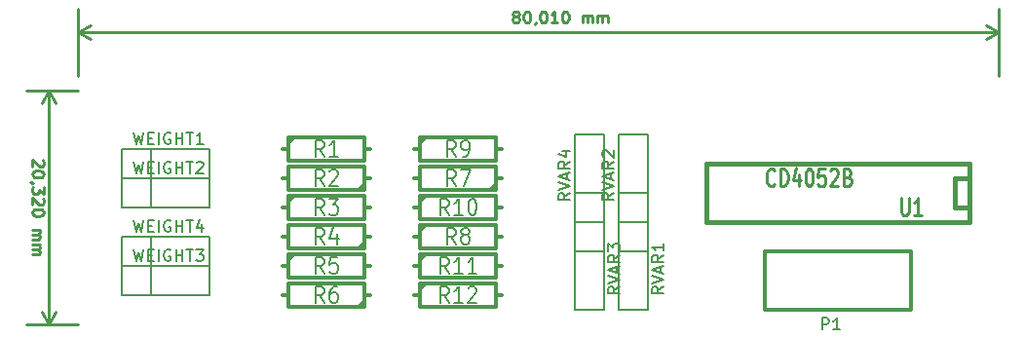
<source format=gto>
G04 #@! TF.FileFunction,Legend,Top*
%FSLAX46Y46*%
G04 Gerber Fmt 4.6, Leading zero omitted, Abs format (unit mm)*
G04 Created by KiCad (PCBNEW 4.0.0-2.201511301920+6191~38~ubuntu14.04.1-stable) date lun. 07 déc. 2015 00:41:56 CET*
%MOMM*%
G01*
G04 APERTURE LIST*
%ADD10C,0.150000*%
%ADD11C,0.250000*%
%ADD12C,0.152400*%
%ADD13C,0.304800*%
%ADD14C,0.381000*%
%ADD15C,0.203200*%
%ADD16C,0.285750*%
G04 APERTURE END LIST*
D10*
D11*
X182737619Y-101480952D02*
X182642381Y-101433333D01*
X182594762Y-101385714D01*
X182547143Y-101290476D01*
X182547143Y-101242857D01*
X182594762Y-101147619D01*
X182642381Y-101100000D01*
X182737619Y-101052381D01*
X182928096Y-101052381D01*
X183023334Y-101100000D01*
X183070953Y-101147619D01*
X183118572Y-101242857D01*
X183118572Y-101290476D01*
X183070953Y-101385714D01*
X183023334Y-101433333D01*
X182928096Y-101480952D01*
X182737619Y-101480952D01*
X182642381Y-101528571D01*
X182594762Y-101576190D01*
X182547143Y-101671429D01*
X182547143Y-101861905D01*
X182594762Y-101957143D01*
X182642381Y-102004762D01*
X182737619Y-102052381D01*
X182928096Y-102052381D01*
X183023334Y-102004762D01*
X183070953Y-101957143D01*
X183118572Y-101861905D01*
X183118572Y-101671429D01*
X183070953Y-101576190D01*
X183023334Y-101528571D01*
X182928096Y-101480952D01*
X183737619Y-101052381D02*
X183832858Y-101052381D01*
X183928096Y-101100000D01*
X183975715Y-101147619D01*
X184023334Y-101242857D01*
X184070953Y-101433333D01*
X184070953Y-101671429D01*
X184023334Y-101861905D01*
X183975715Y-101957143D01*
X183928096Y-102004762D01*
X183832858Y-102052381D01*
X183737619Y-102052381D01*
X183642381Y-102004762D01*
X183594762Y-101957143D01*
X183547143Y-101861905D01*
X183499524Y-101671429D01*
X183499524Y-101433333D01*
X183547143Y-101242857D01*
X183594762Y-101147619D01*
X183642381Y-101100000D01*
X183737619Y-101052381D01*
X184547143Y-102004762D02*
X184547143Y-102052381D01*
X184499524Y-102147619D01*
X184451905Y-102195238D01*
X185166190Y-101052381D02*
X185261429Y-101052381D01*
X185356667Y-101100000D01*
X185404286Y-101147619D01*
X185451905Y-101242857D01*
X185499524Y-101433333D01*
X185499524Y-101671429D01*
X185451905Y-101861905D01*
X185404286Y-101957143D01*
X185356667Y-102004762D01*
X185261429Y-102052381D01*
X185166190Y-102052381D01*
X185070952Y-102004762D01*
X185023333Y-101957143D01*
X184975714Y-101861905D01*
X184928095Y-101671429D01*
X184928095Y-101433333D01*
X184975714Y-101242857D01*
X185023333Y-101147619D01*
X185070952Y-101100000D01*
X185166190Y-101052381D01*
X186451905Y-102052381D02*
X185880476Y-102052381D01*
X186166190Y-102052381D02*
X186166190Y-101052381D01*
X186070952Y-101195238D01*
X185975714Y-101290476D01*
X185880476Y-101338095D01*
X187070952Y-101052381D02*
X187166191Y-101052381D01*
X187261429Y-101100000D01*
X187309048Y-101147619D01*
X187356667Y-101242857D01*
X187404286Y-101433333D01*
X187404286Y-101671429D01*
X187356667Y-101861905D01*
X187309048Y-101957143D01*
X187261429Y-102004762D01*
X187166191Y-102052381D01*
X187070952Y-102052381D01*
X186975714Y-102004762D01*
X186928095Y-101957143D01*
X186880476Y-101861905D01*
X186832857Y-101671429D01*
X186832857Y-101433333D01*
X186880476Y-101242857D01*
X186928095Y-101147619D01*
X186975714Y-101100000D01*
X187070952Y-101052381D01*
X188594762Y-102052381D02*
X188594762Y-101385714D01*
X188594762Y-101480952D02*
X188642381Y-101433333D01*
X188737619Y-101385714D01*
X188880477Y-101385714D01*
X188975715Y-101433333D01*
X189023334Y-101528571D01*
X189023334Y-102052381D01*
X189023334Y-101528571D02*
X189070953Y-101433333D01*
X189166191Y-101385714D01*
X189309048Y-101385714D01*
X189404286Y-101433333D01*
X189451905Y-101528571D01*
X189451905Y-102052381D01*
X189928095Y-102052381D02*
X189928095Y-101385714D01*
X189928095Y-101480952D02*
X189975714Y-101433333D01*
X190070952Y-101385714D01*
X190213810Y-101385714D01*
X190309048Y-101433333D01*
X190356667Y-101528571D01*
X190356667Y-102052381D01*
X190356667Y-101528571D02*
X190404286Y-101433333D01*
X190499524Y-101385714D01*
X190642381Y-101385714D01*
X190737619Y-101433333D01*
X190785238Y-101528571D01*
X190785238Y-102052381D01*
X144780000Y-102870001D02*
X224790000Y-102870001D01*
X144780000Y-106680000D02*
X144780000Y-100870001D01*
X224790000Y-106680000D02*
X224790000Y-100870001D01*
X224790000Y-102870001D02*
X223663497Y-103456421D01*
X224790000Y-102870001D02*
X223663497Y-102283581D01*
X144780000Y-102870001D02*
X145906503Y-103456421D01*
X144780000Y-102870001D02*
X145906503Y-102283581D01*
X141692381Y-113967143D02*
X141740000Y-114014762D01*
X141787619Y-114110000D01*
X141787619Y-114348096D01*
X141740000Y-114443334D01*
X141692381Y-114490953D01*
X141597143Y-114538572D01*
X141501905Y-114538572D01*
X141359048Y-114490953D01*
X140787619Y-113919524D01*
X140787619Y-114538572D01*
X141787619Y-115157619D02*
X141787619Y-115252858D01*
X141740000Y-115348096D01*
X141692381Y-115395715D01*
X141597143Y-115443334D01*
X141406667Y-115490953D01*
X141168571Y-115490953D01*
X140978095Y-115443334D01*
X140882857Y-115395715D01*
X140835238Y-115348096D01*
X140787619Y-115252858D01*
X140787619Y-115157619D01*
X140835238Y-115062381D01*
X140882857Y-115014762D01*
X140978095Y-114967143D01*
X141168571Y-114919524D01*
X141406667Y-114919524D01*
X141597143Y-114967143D01*
X141692381Y-115014762D01*
X141740000Y-115062381D01*
X141787619Y-115157619D01*
X140835238Y-115967143D02*
X140787619Y-115967143D01*
X140692381Y-115919524D01*
X140644762Y-115871905D01*
X141787619Y-116300476D02*
X141787619Y-116919524D01*
X141406667Y-116586190D01*
X141406667Y-116729048D01*
X141359048Y-116824286D01*
X141311429Y-116871905D01*
X141216190Y-116919524D01*
X140978095Y-116919524D01*
X140882857Y-116871905D01*
X140835238Y-116824286D01*
X140787619Y-116729048D01*
X140787619Y-116443333D01*
X140835238Y-116348095D01*
X140882857Y-116300476D01*
X141692381Y-117300476D02*
X141740000Y-117348095D01*
X141787619Y-117443333D01*
X141787619Y-117681429D01*
X141740000Y-117776667D01*
X141692381Y-117824286D01*
X141597143Y-117871905D01*
X141501905Y-117871905D01*
X141359048Y-117824286D01*
X140787619Y-117252857D01*
X140787619Y-117871905D01*
X141787619Y-118490952D02*
X141787619Y-118586191D01*
X141740000Y-118681429D01*
X141692381Y-118729048D01*
X141597143Y-118776667D01*
X141406667Y-118824286D01*
X141168571Y-118824286D01*
X140978095Y-118776667D01*
X140882857Y-118729048D01*
X140835238Y-118681429D01*
X140787619Y-118586191D01*
X140787619Y-118490952D01*
X140835238Y-118395714D01*
X140882857Y-118348095D01*
X140978095Y-118300476D01*
X141168571Y-118252857D01*
X141406667Y-118252857D01*
X141597143Y-118300476D01*
X141692381Y-118348095D01*
X141740000Y-118395714D01*
X141787619Y-118490952D01*
X140787619Y-120014762D02*
X141454286Y-120014762D01*
X141359048Y-120014762D02*
X141406667Y-120062381D01*
X141454286Y-120157619D01*
X141454286Y-120300477D01*
X141406667Y-120395715D01*
X141311429Y-120443334D01*
X140787619Y-120443334D01*
X141311429Y-120443334D02*
X141406667Y-120490953D01*
X141454286Y-120586191D01*
X141454286Y-120729048D01*
X141406667Y-120824286D01*
X141311429Y-120871905D01*
X140787619Y-120871905D01*
X140787619Y-121348095D02*
X141454286Y-121348095D01*
X141359048Y-121348095D02*
X141406667Y-121395714D01*
X141454286Y-121490952D01*
X141454286Y-121633810D01*
X141406667Y-121729048D01*
X141311429Y-121776667D01*
X140787619Y-121776667D01*
X141311429Y-121776667D02*
X141406667Y-121824286D01*
X141454286Y-121919524D01*
X141454286Y-122062381D01*
X141406667Y-122157619D01*
X141311429Y-122205238D01*
X140787619Y-122205238D01*
X142240000Y-107950000D02*
X142240000Y-128270000D01*
X144780000Y-107950000D02*
X140240000Y-107950000D01*
X144780000Y-128270000D02*
X140240000Y-128270000D01*
X142240000Y-128270000D02*
X141653580Y-127143497D01*
X142240000Y-128270000D02*
X142826420Y-127143497D01*
X142240000Y-107950000D02*
X141653580Y-109076503D01*
X142240000Y-107950000D02*
X142826420Y-109076503D01*
D12*
X148590000Y-115570000D02*
X148590000Y-113030000D01*
X148590000Y-113030000D02*
X156210000Y-113030000D01*
X156210000Y-113030000D02*
X156210000Y-115570000D01*
X156210000Y-115570000D02*
X148590000Y-115570000D01*
X151130000Y-113030000D02*
X151130000Y-115570000D01*
X148590000Y-125730000D02*
X148590000Y-123190000D01*
X148590000Y-123190000D02*
X156210000Y-123190000D01*
X156210000Y-123190000D02*
X156210000Y-125730000D01*
X156210000Y-125730000D02*
X148590000Y-125730000D01*
X151130000Y-123190000D02*
X151130000Y-125730000D01*
D13*
X162560000Y-113030000D02*
X163068000Y-113030000D01*
X170180000Y-113030000D02*
X169672000Y-113030000D01*
X169672000Y-113030000D02*
X169672000Y-112014000D01*
X169672000Y-112014000D02*
X163068000Y-112014000D01*
X163068000Y-112014000D02*
X163068000Y-114046000D01*
X163068000Y-114046000D02*
X169672000Y-114046000D01*
X169672000Y-114046000D02*
X169672000Y-113030000D01*
X163068000Y-112522000D02*
X163576000Y-112014000D01*
X170180000Y-115570000D02*
X169672000Y-115570000D01*
X162560000Y-115570000D02*
X163068000Y-115570000D01*
X163068000Y-115570000D02*
X163068000Y-116586000D01*
X163068000Y-116586000D02*
X169672000Y-116586000D01*
X169672000Y-116586000D02*
X169672000Y-114554000D01*
X169672000Y-114554000D02*
X163068000Y-114554000D01*
X163068000Y-114554000D02*
X163068000Y-115570000D01*
X169672000Y-116078000D02*
X169164000Y-116586000D01*
X162560000Y-118110000D02*
X163068000Y-118110000D01*
X170180000Y-118110000D02*
X169672000Y-118110000D01*
X169672000Y-118110000D02*
X169672000Y-117094000D01*
X169672000Y-117094000D02*
X163068000Y-117094000D01*
X163068000Y-117094000D02*
X163068000Y-119126000D01*
X163068000Y-119126000D02*
X169672000Y-119126000D01*
X169672000Y-119126000D02*
X169672000Y-118110000D01*
X163068000Y-117602000D02*
X163576000Y-117094000D01*
X170180000Y-120650000D02*
X169672000Y-120650000D01*
X162560000Y-120650000D02*
X163068000Y-120650000D01*
X163068000Y-120650000D02*
X163068000Y-121666000D01*
X163068000Y-121666000D02*
X169672000Y-121666000D01*
X169672000Y-121666000D02*
X169672000Y-119634000D01*
X169672000Y-119634000D02*
X163068000Y-119634000D01*
X163068000Y-119634000D02*
X163068000Y-120650000D01*
X169672000Y-121158000D02*
X169164000Y-121666000D01*
X162560000Y-123190000D02*
X163068000Y-123190000D01*
X170180000Y-123190000D02*
X169672000Y-123190000D01*
X169672000Y-123190000D02*
X169672000Y-122174000D01*
X169672000Y-122174000D02*
X163068000Y-122174000D01*
X163068000Y-122174000D02*
X163068000Y-124206000D01*
X163068000Y-124206000D02*
X169672000Y-124206000D01*
X169672000Y-124206000D02*
X169672000Y-123190000D01*
X163068000Y-122682000D02*
X163576000Y-122174000D01*
X170180000Y-125730000D02*
X169672000Y-125730000D01*
X162560000Y-125730000D02*
X163068000Y-125730000D01*
X163068000Y-125730000D02*
X163068000Y-126746000D01*
X163068000Y-126746000D02*
X169672000Y-126746000D01*
X169672000Y-126746000D02*
X169672000Y-124714000D01*
X169672000Y-124714000D02*
X163068000Y-124714000D01*
X163068000Y-124714000D02*
X163068000Y-125730000D01*
X169672000Y-126238000D02*
X169164000Y-126746000D01*
X181610000Y-115570000D02*
X181102000Y-115570000D01*
X173990000Y-115570000D02*
X174498000Y-115570000D01*
X174498000Y-115570000D02*
X174498000Y-116586000D01*
X174498000Y-116586000D02*
X181102000Y-116586000D01*
X181102000Y-116586000D02*
X181102000Y-114554000D01*
X181102000Y-114554000D02*
X174498000Y-114554000D01*
X174498000Y-114554000D02*
X174498000Y-115570000D01*
X181102000Y-116078000D02*
X180594000Y-116586000D01*
X173990000Y-120650000D02*
X174498000Y-120650000D01*
X181610000Y-120650000D02*
X181102000Y-120650000D01*
X181102000Y-120650000D02*
X181102000Y-119634000D01*
X181102000Y-119634000D02*
X174498000Y-119634000D01*
X174498000Y-119634000D02*
X174498000Y-121666000D01*
X174498000Y-121666000D02*
X181102000Y-121666000D01*
X181102000Y-121666000D02*
X181102000Y-120650000D01*
X174498000Y-120142000D02*
X175006000Y-119634000D01*
X173990000Y-113030000D02*
X174498000Y-113030000D01*
X181610000Y-113030000D02*
X181102000Y-113030000D01*
X181102000Y-113030000D02*
X181102000Y-112014000D01*
X181102000Y-112014000D02*
X174498000Y-112014000D01*
X174498000Y-112014000D02*
X174498000Y-114046000D01*
X174498000Y-114046000D02*
X181102000Y-114046000D01*
X181102000Y-114046000D02*
X181102000Y-113030000D01*
X174498000Y-112522000D02*
X175006000Y-112014000D01*
X173990000Y-118110000D02*
X174498000Y-118110000D01*
X181610000Y-118110000D02*
X181102000Y-118110000D01*
X181102000Y-118110000D02*
X181102000Y-117094000D01*
X181102000Y-117094000D02*
X174498000Y-117094000D01*
X174498000Y-117094000D02*
X174498000Y-119126000D01*
X174498000Y-119126000D02*
X181102000Y-119126000D01*
X181102000Y-119126000D02*
X181102000Y-118110000D01*
X174498000Y-117602000D02*
X175006000Y-117094000D01*
X173990000Y-123190000D02*
X174498000Y-123190000D01*
X181610000Y-123190000D02*
X181102000Y-123190000D01*
X181102000Y-123190000D02*
X181102000Y-122174000D01*
X181102000Y-122174000D02*
X174498000Y-122174000D01*
X174498000Y-122174000D02*
X174498000Y-124206000D01*
X174498000Y-124206000D02*
X181102000Y-124206000D01*
X181102000Y-124206000D02*
X181102000Y-123190000D01*
X174498000Y-122682000D02*
X175006000Y-122174000D01*
X173990000Y-125730000D02*
X174498000Y-125730000D01*
X181610000Y-125730000D02*
X181102000Y-125730000D01*
X181102000Y-125730000D02*
X181102000Y-124714000D01*
X181102000Y-124714000D02*
X174498000Y-124714000D01*
X174498000Y-124714000D02*
X174498000Y-126746000D01*
X174498000Y-126746000D02*
X181102000Y-126746000D01*
X181102000Y-126746000D02*
X181102000Y-125730000D01*
X174498000Y-125222000D02*
X175006000Y-124714000D01*
D12*
X148590000Y-118110000D02*
X148590000Y-115570000D01*
X148590000Y-115570000D02*
X156210000Y-115570000D01*
X156210000Y-115570000D02*
X156210000Y-118110000D01*
X156210000Y-118110000D02*
X148590000Y-118110000D01*
X151130000Y-115570000D02*
X151130000Y-118110000D01*
X190500000Y-119380000D02*
X187960000Y-119380000D01*
X187960000Y-119380000D02*
X187960000Y-111760000D01*
X187960000Y-111760000D02*
X190500000Y-111760000D01*
X190500000Y-111760000D02*
X190500000Y-119380000D01*
X187960000Y-116840000D02*
X190500000Y-116840000D01*
X194310000Y-119380000D02*
X191770000Y-119380000D01*
X191770000Y-119380000D02*
X191770000Y-111760000D01*
X191770000Y-111760000D02*
X194310000Y-111760000D01*
X194310000Y-111760000D02*
X194310000Y-119380000D01*
X191770000Y-116840000D02*
X194310000Y-116840000D01*
X187960000Y-119380000D02*
X190500000Y-119380000D01*
X190500000Y-119380000D02*
X190500000Y-127000000D01*
X190500000Y-127000000D02*
X187960000Y-127000000D01*
X187960000Y-127000000D02*
X187960000Y-119380000D01*
X190500000Y-121920000D02*
X187960000Y-121920000D01*
X191770000Y-119380000D02*
X194310000Y-119380000D01*
X194310000Y-119380000D02*
X194310000Y-127000000D01*
X194310000Y-127000000D02*
X191770000Y-127000000D01*
X191770000Y-127000000D02*
X191770000Y-119380000D01*
X194310000Y-121920000D02*
X191770000Y-121920000D01*
X148590000Y-123190000D02*
X148590000Y-120650000D01*
X148590000Y-120650000D02*
X156210000Y-120650000D01*
X156210000Y-120650000D02*
X156210000Y-123190000D01*
X156210000Y-123190000D02*
X148590000Y-123190000D01*
X151130000Y-120650000D02*
X151130000Y-123190000D01*
D14*
X222250000Y-118110000D02*
X222250000Y-118110000D01*
X222250000Y-118110000D02*
X220980000Y-118110000D01*
X220980000Y-118110000D02*
X220980000Y-115570000D01*
X220980000Y-115570000D02*
X222250000Y-115570000D01*
X222250000Y-119380000D02*
X199390000Y-119380000D01*
X199390000Y-119380000D02*
X199390000Y-114300000D01*
X199390000Y-114300000D02*
X222250000Y-114300000D01*
X222250000Y-114300000D02*
X222250000Y-119380000D01*
D13*
X217170000Y-127000000D02*
X204470000Y-127000000D01*
X204470000Y-127000000D02*
X204470000Y-121920000D01*
X204470000Y-121920000D02*
X217170000Y-121920000D01*
X217170000Y-121920000D02*
X217170000Y-127000000D01*
D12*
X149606000Y-111584619D02*
X149847905Y-112600619D01*
X150041428Y-111874905D01*
X150234952Y-112600619D01*
X150476857Y-111584619D01*
X150863905Y-112068429D02*
X151202571Y-112068429D01*
X151347714Y-112600619D02*
X150863905Y-112600619D01*
X150863905Y-111584619D01*
X151347714Y-111584619D01*
X151783143Y-112600619D02*
X151783143Y-111584619D01*
X152799143Y-111633000D02*
X152702381Y-111584619D01*
X152557238Y-111584619D01*
X152412096Y-111633000D01*
X152315334Y-111729762D01*
X152266953Y-111826524D01*
X152218572Y-112020048D01*
X152218572Y-112165190D01*
X152266953Y-112358714D01*
X152315334Y-112455476D01*
X152412096Y-112552238D01*
X152557238Y-112600619D01*
X152654000Y-112600619D01*
X152799143Y-112552238D01*
X152847524Y-112503857D01*
X152847524Y-112165190D01*
X152654000Y-112165190D01*
X153282953Y-112600619D02*
X153282953Y-111584619D01*
X153282953Y-112068429D02*
X153863524Y-112068429D01*
X153863524Y-112600619D02*
X153863524Y-111584619D01*
X154202191Y-111584619D02*
X154782762Y-111584619D01*
X154492477Y-112600619D02*
X154492477Y-111584619D01*
X155653619Y-112600619D02*
X155073048Y-112600619D01*
X155363334Y-112600619D02*
X155363334Y-111584619D01*
X155266572Y-111729762D01*
X155169810Y-111826524D01*
X155073048Y-111874905D01*
X149606000Y-121744619D02*
X149847905Y-122760619D01*
X150041428Y-122034905D01*
X150234952Y-122760619D01*
X150476857Y-121744619D01*
X150863905Y-122228429D02*
X151202571Y-122228429D01*
X151347714Y-122760619D02*
X150863905Y-122760619D01*
X150863905Y-121744619D01*
X151347714Y-121744619D01*
X151783143Y-122760619D02*
X151783143Y-121744619D01*
X152799143Y-121793000D02*
X152702381Y-121744619D01*
X152557238Y-121744619D01*
X152412096Y-121793000D01*
X152315334Y-121889762D01*
X152266953Y-121986524D01*
X152218572Y-122180048D01*
X152218572Y-122325190D01*
X152266953Y-122518714D01*
X152315334Y-122615476D01*
X152412096Y-122712238D01*
X152557238Y-122760619D01*
X152654000Y-122760619D01*
X152799143Y-122712238D01*
X152847524Y-122663857D01*
X152847524Y-122325190D01*
X152654000Y-122325190D01*
X153282953Y-122760619D02*
X153282953Y-121744619D01*
X153282953Y-122228429D02*
X153863524Y-122228429D01*
X153863524Y-122760619D02*
X153863524Y-121744619D01*
X154202191Y-121744619D02*
X154782762Y-121744619D01*
X154492477Y-122760619D02*
X154492477Y-121744619D01*
X155024667Y-121744619D02*
X155653619Y-121744619D01*
X155314953Y-122131667D01*
X155460095Y-122131667D01*
X155556857Y-122180048D01*
X155605238Y-122228429D01*
X155653619Y-122325190D01*
X155653619Y-122567095D01*
X155605238Y-122663857D01*
X155556857Y-122712238D01*
X155460095Y-122760619D01*
X155169810Y-122760619D01*
X155073048Y-122712238D01*
X155024667Y-122663857D01*
D15*
X166158333Y-113661976D02*
X165735000Y-112996738D01*
X165432619Y-113661976D02*
X165432619Y-112264976D01*
X165916428Y-112264976D01*
X166037381Y-112331500D01*
X166097857Y-112398024D01*
X166158333Y-112531071D01*
X166158333Y-112730643D01*
X166097857Y-112863690D01*
X166037381Y-112930214D01*
X165916428Y-112996738D01*
X165432619Y-112996738D01*
X167367857Y-113661976D02*
X166642143Y-113661976D01*
X167005000Y-113661976D02*
X167005000Y-112264976D01*
X166884048Y-112464548D01*
X166763095Y-112597595D01*
X166642143Y-112664119D01*
X166158333Y-116201976D02*
X165735000Y-115536738D01*
X165432619Y-116201976D02*
X165432619Y-114804976D01*
X165916428Y-114804976D01*
X166037381Y-114871500D01*
X166097857Y-114938024D01*
X166158333Y-115071071D01*
X166158333Y-115270643D01*
X166097857Y-115403690D01*
X166037381Y-115470214D01*
X165916428Y-115536738D01*
X165432619Y-115536738D01*
X166642143Y-114938024D02*
X166702619Y-114871500D01*
X166823571Y-114804976D01*
X167125952Y-114804976D01*
X167246905Y-114871500D01*
X167307381Y-114938024D01*
X167367857Y-115071071D01*
X167367857Y-115204119D01*
X167307381Y-115403690D01*
X166581667Y-116201976D01*
X167367857Y-116201976D01*
X166158333Y-118741976D02*
X165735000Y-118076738D01*
X165432619Y-118741976D02*
X165432619Y-117344976D01*
X165916428Y-117344976D01*
X166037381Y-117411500D01*
X166097857Y-117478024D01*
X166158333Y-117611071D01*
X166158333Y-117810643D01*
X166097857Y-117943690D01*
X166037381Y-118010214D01*
X165916428Y-118076738D01*
X165432619Y-118076738D01*
X166581667Y-117344976D02*
X167367857Y-117344976D01*
X166944524Y-117877167D01*
X167125952Y-117877167D01*
X167246905Y-117943690D01*
X167307381Y-118010214D01*
X167367857Y-118143262D01*
X167367857Y-118475881D01*
X167307381Y-118608929D01*
X167246905Y-118675452D01*
X167125952Y-118741976D01*
X166763095Y-118741976D01*
X166642143Y-118675452D01*
X166581667Y-118608929D01*
X166158333Y-121281976D02*
X165735000Y-120616738D01*
X165432619Y-121281976D02*
X165432619Y-119884976D01*
X165916428Y-119884976D01*
X166037381Y-119951500D01*
X166097857Y-120018024D01*
X166158333Y-120151071D01*
X166158333Y-120350643D01*
X166097857Y-120483690D01*
X166037381Y-120550214D01*
X165916428Y-120616738D01*
X165432619Y-120616738D01*
X167246905Y-120350643D02*
X167246905Y-121281976D01*
X166944524Y-119818452D02*
X166642143Y-120816310D01*
X167428333Y-120816310D01*
X166158333Y-123821976D02*
X165735000Y-123156738D01*
X165432619Y-123821976D02*
X165432619Y-122424976D01*
X165916428Y-122424976D01*
X166037381Y-122491500D01*
X166097857Y-122558024D01*
X166158333Y-122691071D01*
X166158333Y-122890643D01*
X166097857Y-123023690D01*
X166037381Y-123090214D01*
X165916428Y-123156738D01*
X165432619Y-123156738D01*
X167307381Y-122424976D02*
X166702619Y-122424976D01*
X166642143Y-123090214D01*
X166702619Y-123023690D01*
X166823571Y-122957167D01*
X167125952Y-122957167D01*
X167246905Y-123023690D01*
X167307381Y-123090214D01*
X167367857Y-123223262D01*
X167367857Y-123555881D01*
X167307381Y-123688929D01*
X167246905Y-123755452D01*
X167125952Y-123821976D01*
X166823571Y-123821976D01*
X166702619Y-123755452D01*
X166642143Y-123688929D01*
X166158333Y-126361976D02*
X165735000Y-125696738D01*
X165432619Y-126361976D02*
X165432619Y-124964976D01*
X165916428Y-124964976D01*
X166037381Y-125031500D01*
X166097857Y-125098024D01*
X166158333Y-125231071D01*
X166158333Y-125430643D01*
X166097857Y-125563690D01*
X166037381Y-125630214D01*
X165916428Y-125696738D01*
X165432619Y-125696738D01*
X167246905Y-124964976D02*
X167005000Y-124964976D01*
X166884048Y-125031500D01*
X166823571Y-125098024D01*
X166702619Y-125297595D01*
X166642143Y-125563690D01*
X166642143Y-126095881D01*
X166702619Y-126228929D01*
X166763095Y-126295452D01*
X166884048Y-126361976D01*
X167125952Y-126361976D01*
X167246905Y-126295452D01*
X167307381Y-126228929D01*
X167367857Y-126095881D01*
X167367857Y-125763262D01*
X167307381Y-125630214D01*
X167246905Y-125563690D01*
X167125952Y-125497167D01*
X166884048Y-125497167D01*
X166763095Y-125563690D01*
X166702619Y-125630214D01*
X166642143Y-125763262D01*
X177588333Y-116201976D02*
X177165000Y-115536738D01*
X176862619Y-116201976D02*
X176862619Y-114804976D01*
X177346428Y-114804976D01*
X177467381Y-114871500D01*
X177527857Y-114938024D01*
X177588333Y-115071071D01*
X177588333Y-115270643D01*
X177527857Y-115403690D01*
X177467381Y-115470214D01*
X177346428Y-115536738D01*
X176862619Y-115536738D01*
X178011667Y-114804976D02*
X178858333Y-114804976D01*
X178314048Y-116201976D01*
X177588333Y-121281976D02*
X177165000Y-120616738D01*
X176862619Y-121281976D02*
X176862619Y-119884976D01*
X177346428Y-119884976D01*
X177467381Y-119951500D01*
X177527857Y-120018024D01*
X177588333Y-120151071D01*
X177588333Y-120350643D01*
X177527857Y-120483690D01*
X177467381Y-120550214D01*
X177346428Y-120616738D01*
X176862619Y-120616738D01*
X178314048Y-120483690D02*
X178193095Y-120417167D01*
X178132619Y-120350643D01*
X178072143Y-120217595D01*
X178072143Y-120151071D01*
X178132619Y-120018024D01*
X178193095Y-119951500D01*
X178314048Y-119884976D01*
X178555952Y-119884976D01*
X178676905Y-119951500D01*
X178737381Y-120018024D01*
X178797857Y-120151071D01*
X178797857Y-120217595D01*
X178737381Y-120350643D01*
X178676905Y-120417167D01*
X178555952Y-120483690D01*
X178314048Y-120483690D01*
X178193095Y-120550214D01*
X178132619Y-120616738D01*
X178072143Y-120749786D01*
X178072143Y-121015881D01*
X178132619Y-121148929D01*
X178193095Y-121215452D01*
X178314048Y-121281976D01*
X178555952Y-121281976D01*
X178676905Y-121215452D01*
X178737381Y-121148929D01*
X178797857Y-121015881D01*
X178797857Y-120749786D01*
X178737381Y-120616738D01*
X178676905Y-120550214D01*
X178555952Y-120483690D01*
X177588333Y-113661976D02*
X177165000Y-112996738D01*
X176862619Y-113661976D02*
X176862619Y-112264976D01*
X177346428Y-112264976D01*
X177467381Y-112331500D01*
X177527857Y-112398024D01*
X177588333Y-112531071D01*
X177588333Y-112730643D01*
X177527857Y-112863690D01*
X177467381Y-112930214D01*
X177346428Y-112996738D01*
X176862619Y-112996738D01*
X178193095Y-113661976D02*
X178435000Y-113661976D01*
X178555952Y-113595452D01*
X178616428Y-113528929D01*
X178737381Y-113329357D01*
X178797857Y-113063262D01*
X178797857Y-112531071D01*
X178737381Y-112398024D01*
X178676905Y-112331500D01*
X178555952Y-112264976D01*
X178314048Y-112264976D01*
X178193095Y-112331500D01*
X178132619Y-112398024D01*
X178072143Y-112531071D01*
X178072143Y-112863690D01*
X178132619Y-112996738D01*
X178193095Y-113063262D01*
X178314048Y-113129786D01*
X178555952Y-113129786D01*
X178676905Y-113063262D01*
X178737381Y-112996738D01*
X178797857Y-112863690D01*
X176983571Y-118741976D02*
X176560238Y-118076738D01*
X176257857Y-118741976D02*
X176257857Y-117344976D01*
X176741666Y-117344976D01*
X176862619Y-117411500D01*
X176923095Y-117478024D01*
X176983571Y-117611071D01*
X176983571Y-117810643D01*
X176923095Y-117943690D01*
X176862619Y-118010214D01*
X176741666Y-118076738D01*
X176257857Y-118076738D01*
X178193095Y-118741976D02*
X177467381Y-118741976D01*
X177830238Y-118741976D02*
X177830238Y-117344976D01*
X177709286Y-117544548D01*
X177588333Y-117677595D01*
X177467381Y-117744119D01*
X178979286Y-117344976D02*
X179100238Y-117344976D01*
X179221190Y-117411500D01*
X179281667Y-117478024D01*
X179342143Y-117611071D01*
X179402619Y-117877167D01*
X179402619Y-118209786D01*
X179342143Y-118475881D01*
X179281667Y-118608929D01*
X179221190Y-118675452D01*
X179100238Y-118741976D01*
X178979286Y-118741976D01*
X178858333Y-118675452D01*
X178797857Y-118608929D01*
X178737381Y-118475881D01*
X178676905Y-118209786D01*
X178676905Y-117877167D01*
X178737381Y-117611071D01*
X178797857Y-117478024D01*
X178858333Y-117411500D01*
X178979286Y-117344976D01*
X176983571Y-123821976D02*
X176560238Y-123156738D01*
X176257857Y-123821976D02*
X176257857Y-122424976D01*
X176741666Y-122424976D01*
X176862619Y-122491500D01*
X176923095Y-122558024D01*
X176983571Y-122691071D01*
X176983571Y-122890643D01*
X176923095Y-123023690D01*
X176862619Y-123090214D01*
X176741666Y-123156738D01*
X176257857Y-123156738D01*
X178193095Y-123821976D02*
X177467381Y-123821976D01*
X177830238Y-123821976D02*
X177830238Y-122424976D01*
X177709286Y-122624548D01*
X177588333Y-122757595D01*
X177467381Y-122824119D01*
X179402619Y-123821976D02*
X178676905Y-123821976D01*
X179039762Y-123821976D02*
X179039762Y-122424976D01*
X178918810Y-122624548D01*
X178797857Y-122757595D01*
X178676905Y-122824119D01*
X176983571Y-126361976D02*
X176560238Y-125696738D01*
X176257857Y-126361976D02*
X176257857Y-124964976D01*
X176741666Y-124964976D01*
X176862619Y-125031500D01*
X176923095Y-125098024D01*
X176983571Y-125231071D01*
X176983571Y-125430643D01*
X176923095Y-125563690D01*
X176862619Y-125630214D01*
X176741666Y-125696738D01*
X176257857Y-125696738D01*
X178193095Y-126361976D02*
X177467381Y-126361976D01*
X177830238Y-126361976D02*
X177830238Y-124964976D01*
X177709286Y-125164548D01*
X177588333Y-125297595D01*
X177467381Y-125364119D01*
X178676905Y-125098024D02*
X178737381Y-125031500D01*
X178858333Y-124964976D01*
X179160714Y-124964976D01*
X179281667Y-125031500D01*
X179342143Y-125098024D01*
X179402619Y-125231071D01*
X179402619Y-125364119D01*
X179342143Y-125563690D01*
X178616429Y-126361976D01*
X179402619Y-126361976D01*
D12*
X149606000Y-114124619D02*
X149847905Y-115140619D01*
X150041428Y-114414905D01*
X150234952Y-115140619D01*
X150476857Y-114124619D01*
X150863905Y-114608429D02*
X151202571Y-114608429D01*
X151347714Y-115140619D02*
X150863905Y-115140619D01*
X150863905Y-114124619D01*
X151347714Y-114124619D01*
X151783143Y-115140619D02*
X151783143Y-114124619D01*
X152799143Y-114173000D02*
X152702381Y-114124619D01*
X152557238Y-114124619D01*
X152412096Y-114173000D01*
X152315334Y-114269762D01*
X152266953Y-114366524D01*
X152218572Y-114560048D01*
X152218572Y-114705190D01*
X152266953Y-114898714D01*
X152315334Y-114995476D01*
X152412096Y-115092238D01*
X152557238Y-115140619D01*
X152654000Y-115140619D01*
X152799143Y-115092238D01*
X152847524Y-115043857D01*
X152847524Y-114705190D01*
X152654000Y-114705190D01*
X153282953Y-115140619D02*
X153282953Y-114124619D01*
X153282953Y-114608429D02*
X153863524Y-114608429D01*
X153863524Y-115140619D02*
X153863524Y-114124619D01*
X154202191Y-114124619D02*
X154782762Y-114124619D01*
X154492477Y-115140619D02*
X154492477Y-114124619D01*
X155073048Y-114221381D02*
X155121429Y-114173000D01*
X155218191Y-114124619D01*
X155460095Y-114124619D01*
X155556857Y-114173000D01*
X155605238Y-114221381D01*
X155653619Y-114318143D01*
X155653619Y-114414905D01*
X155605238Y-114560048D01*
X155024667Y-115140619D01*
X155653619Y-115140619D01*
X187530619Y-116864190D02*
X187046810Y-117202856D01*
X187530619Y-117444761D02*
X186514619Y-117444761D01*
X186514619Y-117057714D01*
X186563000Y-116960952D01*
X186611381Y-116912571D01*
X186708143Y-116864190D01*
X186853286Y-116864190D01*
X186950048Y-116912571D01*
X186998429Y-116960952D01*
X187046810Y-117057714D01*
X187046810Y-117444761D01*
X186514619Y-116573904D02*
X187530619Y-116235237D01*
X186514619Y-115896571D01*
X187240333Y-115606285D02*
X187240333Y-115122476D01*
X187530619Y-115703047D02*
X186514619Y-115364380D01*
X187530619Y-115025714D01*
X187530619Y-114106476D02*
X187046810Y-114445142D01*
X187530619Y-114687047D02*
X186514619Y-114687047D01*
X186514619Y-114300000D01*
X186563000Y-114203238D01*
X186611381Y-114154857D01*
X186708143Y-114106476D01*
X186853286Y-114106476D01*
X186950048Y-114154857D01*
X186998429Y-114203238D01*
X187046810Y-114300000D01*
X187046810Y-114687047D01*
X186853286Y-113235619D02*
X187530619Y-113235619D01*
X186466238Y-113477523D02*
X187191952Y-113719428D01*
X187191952Y-113090476D01*
X191340619Y-116864190D02*
X190856810Y-117202856D01*
X191340619Y-117444761D02*
X190324619Y-117444761D01*
X190324619Y-117057714D01*
X190373000Y-116960952D01*
X190421381Y-116912571D01*
X190518143Y-116864190D01*
X190663286Y-116864190D01*
X190760048Y-116912571D01*
X190808429Y-116960952D01*
X190856810Y-117057714D01*
X190856810Y-117444761D01*
X190324619Y-116573904D02*
X191340619Y-116235237D01*
X190324619Y-115896571D01*
X191050333Y-115606285D02*
X191050333Y-115122476D01*
X191340619Y-115703047D02*
X190324619Y-115364380D01*
X191340619Y-115025714D01*
X191340619Y-114106476D02*
X190856810Y-114445142D01*
X191340619Y-114687047D02*
X190324619Y-114687047D01*
X190324619Y-114300000D01*
X190373000Y-114203238D01*
X190421381Y-114154857D01*
X190518143Y-114106476D01*
X190663286Y-114106476D01*
X190760048Y-114154857D01*
X190808429Y-114203238D01*
X190856810Y-114300000D01*
X190856810Y-114687047D01*
X190421381Y-113719428D02*
X190373000Y-113671047D01*
X190324619Y-113574285D01*
X190324619Y-113332381D01*
X190373000Y-113235619D01*
X190421381Y-113187238D01*
X190518143Y-113138857D01*
X190614905Y-113138857D01*
X190760048Y-113187238D01*
X191340619Y-113767809D01*
X191340619Y-113138857D01*
X191848619Y-124992190D02*
X191364810Y-125330856D01*
X191848619Y-125572761D02*
X190832619Y-125572761D01*
X190832619Y-125185714D01*
X190881000Y-125088952D01*
X190929381Y-125040571D01*
X191026143Y-124992190D01*
X191171286Y-124992190D01*
X191268048Y-125040571D01*
X191316429Y-125088952D01*
X191364810Y-125185714D01*
X191364810Y-125572761D01*
X190832619Y-124701904D02*
X191848619Y-124363237D01*
X190832619Y-124024571D01*
X191558333Y-123734285D02*
X191558333Y-123250476D01*
X191848619Y-123831047D02*
X190832619Y-123492380D01*
X191848619Y-123153714D01*
X191848619Y-122234476D02*
X191364810Y-122573142D01*
X191848619Y-122815047D02*
X190832619Y-122815047D01*
X190832619Y-122428000D01*
X190881000Y-122331238D01*
X190929381Y-122282857D01*
X191026143Y-122234476D01*
X191171286Y-122234476D01*
X191268048Y-122282857D01*
X191316429Y-122331238D01*
X191364810Y-122428000D01*
X191364810Y-122815047D01*
X190832619Y-121895809D02*
X190832619Y-121266857D01*
X191219667Y-121605523D01*
X191219667Y-121460381D01*
X191268048Y-121363619D01*
X191316429Y-121315238D01*
X191413190Y-121266857D01*
X191655095Y-121266857D01*
X191751857Y-121315238D01*
X191800238Y-121363619D01*
X191848619Y-121460381D01*
X191848619Y-121750666D01*
X191800238Y-121847428D01*
X191751857Y-121895809D01*
X195658619Y-124992190D02*
X195174810Y-125330856D01*
X195658619Y-125572761D02*
X194642619Y-125572761D01*
X194642619Y-125185714D01*
X194691000Y-125088952D01*
X194739381Y-125040571D01*
X194836143Y-124992190D01*
X194981286Y-124992190D01*
X195078048Y-125040571D01*
X195126429Y-125088952D01*
X195174810Y-125185714D01*
X195174810Y-125572761D01*
X194642619Y-124701904D02*
X195658619Y-124363237D01*
X194642619Y-124024571D01*
X195368333Y-123734285D02*
X195368333Y-123250476D01*
X195658619Y-123831047D02*
X194642619Y-123492380D01*
X195658619Y-123153714D01*
X195658619Y-122234476D02*
X195174810Y-122573142D01*
X195658619Y-122815047D02*
X194642619Y-122815047D01*
X194642619Y-122428000D01*
X194691000Y-122331238D01*
X194739381Y-122282857D01*
X194836143Y-122234476D01*
X194981286Y-122234476D01*
X195078048Y-122282857D01*
X195126429Y-122331238D01*
X195174810Y-122428000D01*
X195174810Y-122815047D01*
X195658619Y-121266857D02*
X195658619Y-121847428D01*
X195658619Y-121557142D02*
X194642619Y-121557142D01*
X194787762Y-121653904D01*
X194884524Y-121750666D01*
X194932905Y-121847428D01*
X149606000Y-119204619D02*
X149847905Y-120220619D01*
X150041428Y-119494905D01*
X150234952Y-120220619D01*
X150476857Y-119204619D01*
X150863905Y-119688429D02*
X151202571Y-119688429D01*
X151347714Y-120220619D02*
X150863905Y-120220619D01*
X150863905Y-119204619D01*
X151347714Y-119204619D01*
X151783143Y-120220619D02*
X151783143Y-119204619D01*
X152799143Y-119253000D02*
X152702381Y-119204619D01*
X152557238Y-119204619D01*
X152412096Y-119253000D01*
X152315334Y-119349762D01*
X152266953Y-119446524D01*
X152218572Y-119640048D01*
X152218572Y-119785190D01*
X152266953Y-119978714D01*
X152315334Y-120075476D01*
X152412096Y-120172238D01*
X152557238Y-120220619D01*
X152654000Y-120220619D01*
X152799143Y-120172238D01*
X152847524Y-120123857D01*
X152847524Y-119785190D01*
X152654000Y-119785190D01*
X153282953Y-120220619D02*
X153282953Y-119204619D01*
X153282953Y-119688429D02*
X153863524Y-119688429D01*
X153863524Y-120220619D02*
X153863524Y-119204619D01*
X154202191Y-119204619D02*
X154782762Y-119204619D01*
X154492477Y-120220619D02*
X154492477Y-119204619D01*
X155556857Y-119543286D02*
X155556857Y-120220619D01*
X155314953Y-119156238D02*
X155073048Y-119881952D01*
X155702000Y-119881952D01*
D16*
X216299143Y-117275429D02*
X216299143Y-118509143D01*
X216353571Y-118654286D01*
X216408000Y-118726857D01*
X216516857Y-118799429D01*
X216734571Y-118799429D01*
X216843429Y-118726857D01*
X216897857Y-118654286D01*
X216952286Y-118509143D01*
X216952286Y-117275429D01*
X218095286Y-118799429D02*
X217442143Y-118799429D01*
X217768715Y-118799429D02*
X217768715Y-117275429D01*
X217659858Y-117493143D01*
X217551000Y-117638286D01*
X217442143Y-117710857D01*
D13*
D16*
X205313644Y-116114286D02*
X205259215Y-116186857D01*
X205095929Y-116259429D01*
X204987072Y-116259429D01*
X204823787Y-116186857D01*
X204714929Y-116041714D01*
X204660501Y-115896571D01*
X204606072Y-115606286D01*
X204606072Y-115388571D01*
X204660501Y-115098286D01*
X204714929Y-114953143D01*
X204823787Y-114808000D01*
X204987072Y-114735429D01*
X205095929Y-114735429D01*
X205259215Y-114808000D01*
X205313644Y-114880571D01*
X205803501Y-116259429D02*
X205803501Y-114735429D01*
X206075644Y-114735429D01*
X206238929Y-114808000D01*
X206347787Y-114953143D01*
X206402215Y-115098286D01*
X206456644Y-115388571D01*
X206456644Y-115606286D01*
X206402215Y-115896571D01*
X206347787Y-116041714D01*
X206238929Y-116186857D01*
X206075644Y-116259429D01*
X205803501Y-116259429D01*
X207436358Y-115243429D02*
X207436358Y-116259429D01*
X207164215Y-114662857D02*
X206892072Y-115751429D01*
X207599644Y-115751429D01*
X208252786Y-114735429D02*
X208361643Y-114735429D01*
X208470500Y-114808000D01*
X208524929Y-114880571D01*
X208579358Y-115025714D01*
X208633786Y-115316000D01*
X208633786Y-115678857D01*
X208579358Y-115969143D01*
X208524929Y-116114286D01*
X208470500Y-116186857D01*
X208361643Y-116259429D01*
X208252786Y-116259429D01*
X208143929Y-116186857D01*
X208089500Y-116114286D01*
X208035072Y-115969143D01*
X207980643Y-115678857D01*
X207980643Y-115316000D01*
X208035072Y-115025714D01*
X208089500Y-114880571D01*
X208143929Y-114808000D01*
X208252786Y-114735429D01*
X209667929Y-114735429D02*
X209123643Y-114735429D01*
X209069214Y-115461143D01*
X209123643Y-115388571D01*
X209232500Y-115316000D01*
X209504643Y-115316000D01*
X209613500Y-115388571D01*
X209667929Y-115461143D01*
X209722357Y-115606286D01*
X209722357Y-115969143D01*
X209667929Y-116114286D01*
X209613500Y-116186857D01*
X209504643Y-116259429D01*
X209232500Y-116259429D01*
X209123643Y-116186857D01*
X209069214Y-116114286D01*
X210157785Y-114880571D02*
X210212214Y-114808000D01*
X210321071Y-114735429D01*
X210593214Y-114735429D01*
X210702071Y-114808000D01*
X210756500Y-114880571D01*
X210810928Y-115025714D01*
X210810928Y-115170857D01*
X210756500Y-115388571D01*
X210103357Y-116259429D01*
X210810928Y-116259429D01*
X211681785Y-115461143D02*
X211845071Y-115533714D01*
X211899499Y-115606286D01*
X211953928Y-115751429D01*
X211953928Y-115969143D01*
X211899499Y-116114286D01*
X211845071Y-116186857D01*
X211736213Y-116259429D01*
X211300785Y-116259429D01*
X211300785Y-114735429D01*
X211681785Y-114735429D01*
X211790642Y-114808000D01*
X211845071Y-114880571D01*
X211899499Y-115025714D01*
X211899499Y-115170857D01*
X211845071Y-115316000D01*
X211790642Y-115388571D01*
X211681785Y-115461143D01*
X211300785Y-115461143D01*
D13*
D15*
X209435096Y-128729619D02*
X209435096Y-127713619D01*
X209822143Y-127713619D01*
X209918905Y-127762000D01*
X209967286Y-127810381D01*
X210015667Y-127907143D01*
X210015667Y-128052286D01*
X209967286Y-128149048D01*
X209918905Y-128197429D01*
X209822143Y-128245810D01*
X209435096Y-128245810D01*
X210983286Y-128729619D02*
X210402715Y-128729619D01*
X210693001Y-128729619D02*
X210693001Y-127713619D01*
X210596239Y-127858762D01*
X210499477Y-127955524D01*
X210402715Y-128003905D01*
M02*

</source>
